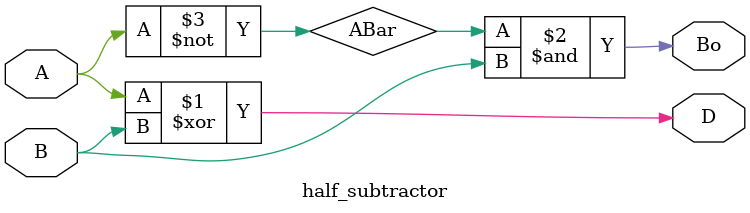
<source format=v>
module half_subtractor(input A, B, output Bo, D);
  wire ABar;

  not NOT1(ABar, A);
  xor XOR1(D, A, B);
  and AND1(Bo, ABar, B);
endmodule

</source>
